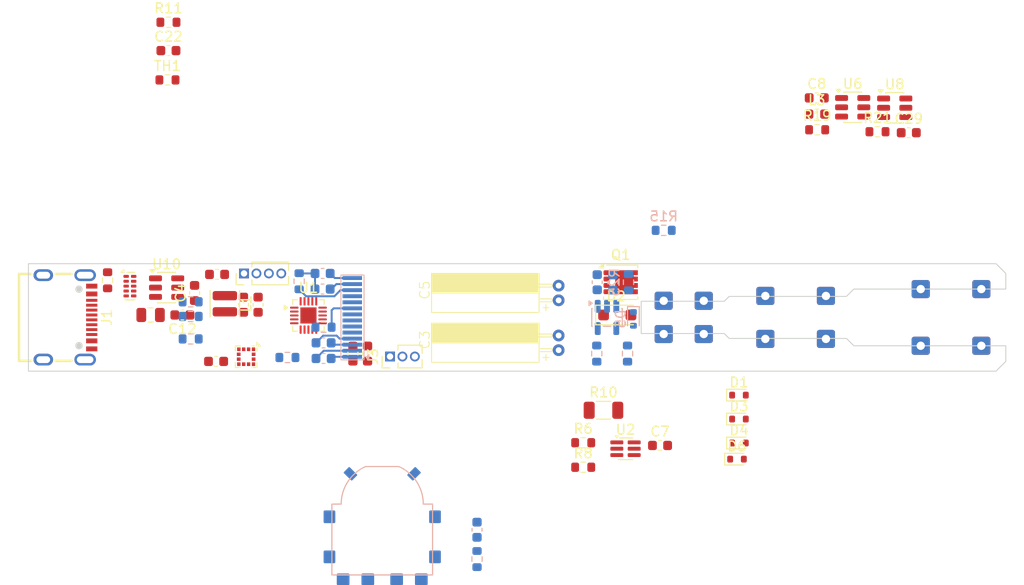
<source format=kicad_pcb>
(kicad_pcb
	(version 20241229)
	(generator "pcbnew")
	(generator_version "9.0")
	(general
		(thickness 1.6)
		(legacy_teardrops no)
	)
	(paper "A4")
	(layers
		(0 "F.Cu" signal)
		(4 "In1.Cu" signal)
		(6 "In2.Cu" signal)
		(2 "B.Cu" signal)
		(9 "F.Adhes" user "F.Adhesive")
		(11 "B.Adhes" user "B.Adhesive")
		(13 "F.Paste" user)
		(15 "B.Paste" user)
		(5 "F.SilkS" user "F.Silkscreen")
		(7 "B.SilkS" user "B.Silkscreen")
		(1 "F.Mask" user)
		(3 "B.Mask" user)
		(17 "Dwgs.User" user "User.Drawings")
		(19 "Cmts.User" user "User.Comments")
		(21 "Eco1.User" user "User.Eco1")
		(23 "Eco2.User" user "User.Eco2")
		(25 "Edge.Cuts" user)
		(27 "Margin" user)
		(31 "F.CrtYd" user "F.Courtyard")
		(29 "B.CrtYd" user "B.Courtyard")
		(35 "F.Fab" user)
		(33 "B.Fab" user)
		(39 "User.1" user)
		(41 "User.2" user)
		(43 "User.3" user)
		(45 "User.4" user)
	)
	(setup
		(stackup
			(layer "F.SilkS"
				(type "Top Silk Screen")
				(color "Black")
			)
			(layer "F.Paste"
				(type "Top Solder Paste")
			)
			(layer "F.Mask"
				(type "Top Solder Mask")
				(color "White")
				(thickness 0.01)
			)
			(layer "F.Cu"
				(type "copper")
				(thickness 0.035)
			)
			(layer "dielectric 1"
				(type "prepreg")
				(thickness 0.1)
				(material "FR4")
				(epsilon_r 4.5)
				(loss_tangent 0.02)
			)
			(layer "In1.Cu"
				(type "copper")
				(thickness 0.035)
			)
			(layer "dielectric 2"
				(type "core")
				(thickness 1.24)
				(material "FR4")
				(epsilon_r 4.5)
				(loss_tangent 0.02)
			)
			(layer "In2.Cu"
				(type "copper")
				(thickness 0.035)
			)
			(layer "dielectric 3"
				(type "prepreg")
				(thickness 0.1)
				(material "FR4")
				(epsilon_r 4.5)
				(loss_tangent 0.02)
			)
			(layer "B.Cu"
				(type "copper")
				(thickness 0.035)
			)
			(layer "B.Mask"
				(type "Bottom Solder Mask")
				(thickness 0.01)
			)
			(layer "B.Paste"
				(type "Bottom Solder Paste")
			)
			(layer "B.SilkS"
				(type "Bottom Silk Screen")
			)
			(copper_finish "None")
			(dielectric_constraints no)
		)
		(pad_to_mask_clearance 0)
		(allow_soldermask_bridges_in_footprints no)
		(tenting front back)
		(grid_origin 100.5 158.2)
		(pcbplotparams
			(layerselection 0x00000000_00000000_55555555_5755f5ff)
			(plot_on_all_layers_selection 0x00000000_00000000_00000000_00000000)
			(disableapertmacros no)
			(usegerberextensions no)
			(usegerberattributes yes)
			(usegerberadvancedattributes yes)
			(creategerberjobfile yes)
			(dashed_line_dash_ratio 12.000000)
			(dashed_line_gap_ratio 3.000000)
			(svgprecision 4)
			(plotframeref no)
			(mode 1)
			(useauxorigin no)
			(hpglpennumber 1)
			(hpglpenspeed 20)
			(hpglpendiameter 15.000000)
			(pdf_front_fp_property_popups yes)
			(pdf_back_fp_property_popups yes)
			(pdf_metadata yes)
			(pdf_single_document no)
			(dxfpolygonmode yes)
			(dxfimperialunits yes)
			(dxfusepcbnewfont yes)
			(psnegative no)
			(psa4output no)
			(plot_black_and_white yes)
			(sketchpadsonfab no)
			(plotpadnumbers no)
			(hidednponfab no)
			(sketchdnponfab yes)
			(crossoutdnponfab yes)
			(subtractmaskfromsilk no)
			(outputformat 1)
			(mirror no)
			(drillshape 1)
			(scaleselection 1)
			(outputdirectory "")
		)
	)
	(net 0 "")
	(net 1 "+3.3V")
	(net 2 "GND")
	(net 3 "VBUS")
	(net 4 "Net-(U10-SW)")
	(net 5 "Net-(U10-BST)")
	(net 6 "/BTN")
	(net 7 "/ENC_B")
	(net 8 "Net-(D3-K)")
	(net 9 "/TC_FB")
	(net 10 "/BOOTSEL")
	(net 11 "Net-(C27-Pad2)")
	(net 12 "/SCL")
	(net 13 "/DISP_NRST")
	(net 14 "/SDA")
	(net 15 "/ENC_A")
	(net 16 "/BLUE")
	(net 17 "/D-")
	(net 18 "Net-(D1-A)")
	(net 19 "/HEATER_ON")
	(net 20 "Net-(D5-K)")
	(net 21 "/CC2")
	(net 22 "/CC1")
	(net 23 "/LED_RING")
	(net 24 "/VBUS_FB")
	(net 25 "/CURR_FB")
	(net 26 "unconnected-(U1-PB12-Pad15)")
	(net 27 "unconnected-(U2-REF-Pad1)")
	(net 28 "Net-(J4-Pin_13)")
	(net 29 "Net-(J4-Pin_2)")
	(net 30 "Net-(J4-Pin_1)")
	(net 31 "Net-(J4-Pin_4)")
	(net 32 "Net-(J4-Pin_3)")
	(net 33 "Net-(J4-Pin_14)")
	(net 34 "Net-(U7--)")
	(net 35 "Net-(J1-SHIELD)")
	(net 36 "unconnected-(J4-Pin_6-Pad6)")
	(net 37 "Net-(J4-Pin_12)")
	(net 38 "/RED")
	(net 39 "unconnected-(U5-~{CS}-Pad10)")
	(net 40 "/JDP")
	(net 41 "/JDN")
	(net 42 "unconnected-(U3-NC-Pad6)")
	(net 43 "unconnected-(U3-NC-Pad10)")
	(net 44 "unconnected-(U3-NC-Pad7)")
	(net 45 "unconnected-(U3-NC-Pad9)")
	(net 46 "Net-(J4-Pin_9)")
	(net 47 "unconnected-(U1-PA4-Pad6)")
	(net 48 "/VDRIVE")
	(net 49 "/NTC")
	(net 50 "Net-(D6-K)")
	(net 51 "unconnected-(U5-INT1-Pad5)")
	(net 52 "unconnected-(U5-INT2-Pad6)")
	(net 53 "unconnected-(U11-Pad0)")
	(net 54 "Net-(Q1-D)")
	(net 55 "Net-(Q1-G)")
	(net 56 "unconnected-(U11-Pad0)_1")
	(net 57 "unconnected-(U11-Pad0)_2")
	(net 58 "unconnected-(U11-Pad0)_3")
	(net 59 "unconnected-(U11-Pad0)_4")
	(net 60 "unconnected-(U11-Pad0)_5")
	(net 61 "/VDRIVE_ON")
	(net 62 "Net-(U6-FB)")
	(net 63 "unconnected-(U6-NC-Pad6)")
	(net 64 "unconnected-(U1-PA3-Pad5)")
	(footprint "Capacitor_SMD:C_0603_1608Metric" (layer "F.Cu") (at 165.125 165.8))
	(footprint "Connector_Wire:SolderWire-0.25sqmm_1x01_D0.65mm_OD1.7mm" (layer "F.Cu") (at 182.1 150.5 90))
	(footprint "Capacitor_SMD:C_0603_1608Metric" (layer "F.Cu") (at 122.5 151.4 -90))
	(footprint "Capacitor_SMD:C_0603_1608Metric" (layer "F.Cu") (at 117.5 150.2 90))
	(footprint "Inductor_SMD:L_0603_1608Metric" (layer "F.Cu") (at 181.1625 131.9))
	(footprint "Package_SON:USON-10_2.5x1.0mm_P0.5mm" (layer "F.Cu") (at 110.885 149.5))
	(footprint "Capacitor_SMD:C_0603_1608Metric" (layer "F.Cu") (at 181.1625 130.24))
	(footprint "Connector_Wire:SolderWire-0.25sqmm_1x01_D0.65mm_OD1.7mm" (layer "F.Cu") (at 169.6 154.4 90))
	(footprint "Package_SON:VSON-8_3.3x3.3mm_P0.65mm_NexFET" (layer "F.Cu") (at 161.1 149.1))
	(footprint "Connector_Wire:SolderWire-0.25sqmm_1x01_D0.65mm_OD1.7mm" (layer "F.Cu") (at 198 155.6 90))
	(footprint "Capacitor_SMD:C_0603_1608Metric" (layer "F.Cu") (at 135.2 156.4 -90))
	(footprint "Inductor_SMD:L_Changjiang_FTC252012S" (layer "F.Cu") (at 120.6 151.3 -90))
	(footprint "Connector_Wire:SolderWire-0.25sqmm_1x01_D0.65mm_OD1.7mm" (layer "F.Cu") (at 165.5 151 90))
	(footprint "Resistor_SMD:R_0603_1608Metric" (layer "F.Cu") (at 181.2 133.5))
	(footprint "Connector_Wire:SolderWire-0.25sqmm_1x01_D0.65mm_OD1.7mm" (layer "F.Cu") (at 191.8 155.6 90))
	(footprint "Capacitor_SMD:C_0603_1608Metric" (layer "F.Cu") (at 190.575 133.8))
	(footprint "Connector_Wire:SolderWire-0.25sqmm_1x01_D0.65mm_OD1.7mm" (layer "F.Cu") (at 182.1 154.9 90))
	(footprint "Custom:USB-C-SMD_U263-163N-4GS1735" (layer "F.Cu") (at 104.5 152.7 -90))
	(footprint "Diode_SMD:D_SOD-523" (layer "F.Cu") (at 173 167.2))
	(footprint "Connector_Wire:SolderWire-0.25sqmm_1x01_D0.65mm_OD1.7mm" (layer "F.Cu") (at 175.9 150.5 90))
	(footprint "Connector_Wire:SolderWire-0.25sqmm_1x01_D0.65mm_OD1.7mm" (layer "F.Cu") (at 175.9 154.9 90))
	(footprint "Resistor_SMD:R_0603_1608Metric" (layer "F.Cu") (at 157.2625 165.52))
	(footprint "Capacitor_SMD:C_0603_1608Metric" (layer "F.Cu") (at 133.7 156.4 -90))
	(footprint "Package_TO_SOT_SMD:SOT-23-6" (layer "F.Cu") (at 189.1375 131.25))
	(footprint "Diode_SMD:D_SOD-123F" (layer "F.Cu") (at 160.75 152.45))
	(footprint "Connector_PinHeader_1.27mm:PinHeader_1x03_P1.27mm_Vertical" (layer "F.Cu") (at 137.5 156.7 90))
	(footprint "Capacitor_SMD:C_0603_1608Metric" (layer "F.Cu") (at 116.25 152.45 180))
	(footprint "Diode_SMD:D_SOD-523" (layer "F.Cu") (at 173.2 160.65))
	(footprint "Package_DFN_QFN:QFN-20-1EP_3x3mm_P0.4mm_EP1.65x1.65mm" (layer "F.Cu") (at 129.15 152.5))
	(footprint "Package_LGA:LGA-12_2x2mm_P0.5mm" (layer "F.Cu") (at 122.7775 156.7225 -90))
	(footprint "Connector_Wire:SolderWire-0.25sqmm_1x01_D0.65mm_OD1.7mm" (layer "F.Cu") (at 198 149.8 90))
	(footprint "Connector_PinHeader_1.27mm:PinHeader_1x04_P1.27mm_Vertical" (layer "F.Cu") (at 122.56 148.2 90))
	(footprint "Connector_Wire:SolderWire-0.25sqmm_1x01_D0.65mm_OD1.7mm" (layer "F.Cu") (at 165.5 154.4 90))
	(footprint "Capacitor_SMD:C_0603_1608Metric" (layer "F.Cu") (at 119.7 157.2 180))
	(footprint "Resistor_SMD:R_0603_1608Metric" (layer "F.Cu") (at 157.2625 168.03))
	(footprint "Resistor_SMD:R_0603_1608Metric" (layer "F.Cu") (at 114.825 122.5))
	(footprint "Capacitor_SMD:C_0603_1608Metric" (layer "F.Cu") (at 124 151.4 -90))
	(footprint "Custom:CPol_Circular_Bent_D4mm_L11mm" (layer "F.Cu") (at 154.75 150.2 90))
	(footprint "Connector_Wire:SolderWire-0.25sqmm_1x01_D0.65mm_OD1.7mm" (layer "F.Cu") (at 169.6 151 90))
	(footprint "Capacitor_SMD:C_0603_1608Metric" (layer "F.Cu") (at 119.8 148.3 180))
	(footprint "Diode_SMD:D_SOD-523" (layer "F.Cu") (at 173.2 163.1))
	(footprint "Package_TO_SOT_SMD:SOT-23-6" (layer "F.Cu") (at 184.8375 131.2))
	(footprint "Connector_Wire:SolderWire-0.25sqmm_1x01_D0.65mm_OD1.7mm" (layer "F.Cu") (at 191.8 149.8 90))
	(footprint "Resistor_SMD:R_0603_1608Metric" (layer "F.Cu") (at 108.6 148.9 -90))
	(footprint "Capacitor_SMD:C_0603_1608Metric" (layer "F.Cu") (at 114.825 125.4))
	(footprint "Custom:CPol_Circular_Bent_D4mm_L11mm" (layer "F.Cu") (at 154.75 155.3 90))
	(footprint "Package_TO_SOT_SMD:TSOT-23-6"
		(layer "F.Cu")
		(uuid "d57ea46f-2b77-4dd0-985f-53f963aaf5bf")
		(at 114.6375 149.65)
		(descr "TSOT, 6 Pin (https://www.jedec.org/sites/default/files/docs/MO-193D.pdf variant AA), generated with kicad-footprint-generator ipc_gullwing_generator.py")
		(tags "TSOT TO_SOT_SMD")
		(property "Reference" "U10"
			(at 0 -2.4 0)
			(layer "F.SilkS")
			(uuid "9fd8ff9c-a633-4eeb-91e4-546522826401")
			(effects
				(font
					(size 1 1)
					(thickness 0.15)
				)
			)
		)
		(property "Value" "AP63203WU"
			(at 0 2.4 0)
			(layer "F.Fab")
			(uuid "bfbcce8e-2019-4561-96cb-de848fdcd3d1")
			(effects
				(font
					(size 1 1)
					(thickness 0.15)
				)
			)
		)
		(property "Datasheet" "https://www.diodes.com/assets/Datasheets/AP63200-AP63201-AP63203-AP63205.pdf"
			(at 0 0 0)
			(layer "F.Fab")
			(hide yes)
			(uuid "8213fbdf-eaa9-4000-b379-0dfeac15be6e")
			(effects
				(font
					(size 1.27 1.27)
					(thickness 0.15)
				)
			)
		)
		(property "Description" "2A, 1.1MHz Buck DC/DC Converter, fixed 3.3V output voltage, TSOT-23-6"
			(at 0 0 0)
			(layer "F.Fab")
			(hide yes)
			(uuid "7b56814c-83fa-476a-a678-1e63e87ac29c")
			(effects
				(font
					(size 1.27 1.27)
					(thickness 0.15)
				)
			)
		)
		(property ki_fp_filters "TSOT?23*")
		(path "/7008a1f7-716a-4e7b-aaf9-54124d9cd3fc")
		(sheetname "/")
		(sheetfile "usbc_soldering_iron.kicad_sch")
		(attr smd)
		(fp_line
			(start -0.91 -1.56)
			(end 0.91 -1.56)
			(stroke
				(width 0.12)
				(type solid)
			)
			(layer "F.SilkS")
			(uuid "f994a2e2-c3a1-4314-a337-969874ac734a")
		)
		(fp_line
			(start -0.91 -1.51)
			(end -0.91 -1.56)
			(stroke
				(width 0.12)
				(type solid)
			)
			(layer "F.SilkS")
			(uuid "e5fe2b4c-772b-46cf-ad7e-eb6df2f060ef")
		)
		(fp_line
			(start -0.91 1.56)
			(end -0.91 1.51)
			(stroke
				(width 0.12)
				(type solid)
			)
			(layer "F.SilkS")
			(uuid "d2604769-a30e-4e66-853c-afd45b9dfe79")
		)
		(fp_line
			(start 0.91 -1.56)
			(end 0.91 -1.51)
			(stroke
				(width 0.12)
				(type solid)
			)
			(layer "F.SilkS")
			(uuid "2c1e1dc4-76b9-404
... [141969 chars truncated]
</source>
